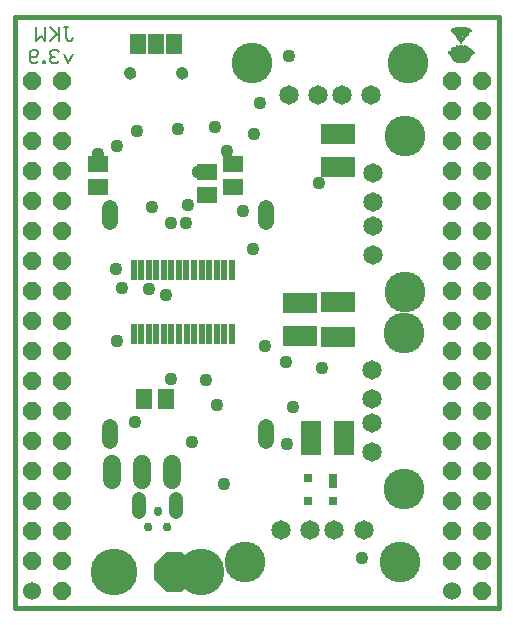
<source format=gbs>
G75*
%MOIN*%
%OFA0B0*%
%FSLAX24Y24*%
%IPPOS*%
%LPD*%
%AMOC8*
5,1,8,0,0,1.08239X$1,22.5*
%
%ADD10C,0.0160*%
%ADD11C,0.0060*%
%ADD12C,0.0600*%
%ADD13OC8,0.0600*%
%ADD14R,0.0312X0.0004*%
%ADD15R,0.0344X0.0004*%
%ADD16R,0.0368X0.0004*%
%ADD17R,0.0392X0.0004*%
%ADD18R,0.0408X0.0004*%
%ADD19R,0.0424X0.0004*%
%ADD20R,0.0432X0.0004*%
%ADD21R,0.0448X0.0004*%
%ADD22R,0.0456X0.0004*%
%ADD23R,0.0472X0.0004*%
%ADD24R,0.0480X0.0004*%
%ADD25R,0.0488X0.0004*%
%ADD26R,0.0496X0.0004*%
%ADD27R,0.0504X0.0004*%
%ADD28R,0.0512X0.0004*%
%ADD29R,0.0520X0.0004*%
%ADD30R,0.0528X0.0004*%
%ADD31R,0.0536X0.0004*%
%ADD32R,0.0536X0.0004*%
%ADD33R,0.0544X0.0004*%
%ADD34R,0.0552X0.0004*%
%ADD35R,0.0560X0.0004*%
%ADD36R,0.0560X0.0004*%
%ADD37R,0.0568X0.0004*%
%ADD38R,0.0576X0.0004*%
%ADD39R,0.0584X0.0004*%
%ADD40R,0.0592X0.0004*%
%ADD41R,0.0592X0.0004*%
%ADD42R,0.0600X0.0004*%
%ADD43R,0.0608X0.0004*%
%ADD44R,0.0608X0.0004*%
%ADD45R,0.0616X0.0004*%
%ADD46R,0.0624X0.0004*%
%ADD47R,0.0632X0.0004*%
%ADD48R,0.0632X0.0004*%
%ADD49R,0.0640X0.0004*%
%ADD50R,0.0648X0.0004*%
%ADD51R,0.0648X0.0004*%
%ADD52R,0.0656X0.0004*%
%ADD53R,0.0664X0.0004*%
%ADD54R,0.0664X0.0004*%
%ADD55R,0.0672X0.0004*%
%ADD56R,0.0680X0.0004*%
%ADD57R,0.0680X0.0004*%
%ADD58R,0.0688X0.0004*%
%ADD59R,0.0696X0.0004*%
%ADD60R,0.0700X0.0004*%
%ADD61R,0.0708X0.0004*%
%ADD62R,0.0716X0.0004*%
%ADD63R,0.0720X0.0004*%
%ADD64R,0.0720X0.0004*%
%ADD65R,0.0724X0.0004*%
%ADD66R,0.0808X0.0004*%
%ADD67R,0.0824X0.0004*%
%ADD68R,0.0832X0.0004*%
%ADD69R,0.0840X0.0004*%
%ADD70R,0.0848X0.0004*%
%ADD71R,0.0856X0.0004*%
%ADD72R,0.0860X0.0004*%
%ADD73R,0.0864X0.0004*%
%ADD74R,0.0864X0.0004*%
%ADD75R,0.0868X0.0004*%
%ADD76R,0.0872X0.0004*%
%ADD77R,0.0872X0.0004*%
%ADD78R,0.0860X0.0004*%
%ADD79R,0.0832X0.0004*%
%ADD80R,0.0824X0.0004*%
%ADD81R,0.0708X0.0004*%
%ADD82R,0.0712X0.0004*%
%ADD83R,0.0712X0.0004*%
%ADD84R,0.0700X0.0004*%
%ADD85R,0.0696X0.0004*%
%ADD86R,0.0692X0.0004*%
%ADD87R,0.0668X0.0004*%
%ADD88R,0.0660X0.0004*%
%ADD89R,0.0452X0.0004*%
%ADD90R,0.0188X0.0004*%
%ADD91R,0.0448X0.0004*%
%ADD92R,0.0440X0.0004*%
%ADD93R,0.0184X0.0004*%
%ADD94R,0.0432X0.0004*%
%ADD95R,0.0184X0.0004*%
%ADD96R,0.0424X0.0004*%
%ADD97R,0.0412X0.0004*%
%ADD98R,0.0128X0.0004*%
%ADD99R,0.0044X0.0004*%
%ADD100R,0.0400X0.0004*%
%ADD101R,0.0008X0.0004*%
%ADD102R,0.0388X0.0004*%
%ADD103R,0.0132X0.0004*%
%ADD104R,0.0360X0.0004*%
%ADD105R,0.0136X0.0004*%
%ADD106R,0.0340X0.0004*%
%ADD107R,0.0140X0.0004*%
%ADD108R,0.0328X0.0004*%
%ADD109R,0.0144X0.0004*%
%ADD110R,0.0324X0.0004*%
%ADD111R,0.0148X0.0004*%
%ADD112R,0.0320X0.0004*%
%ADD113R,0.0156X0.0004*%
%ADD114R,0.0316X0.0004*%
%ADD115R,0.0176X0.0004*%
%ADD116R,0.0080X0.0004*%
%ADD117R,0.0052X0.0004*%
%ADD118R,0.0380X0.0004*%
%ADD119R,0.0372X0.0004*%
%ADD120R,0.0356X0.0004*%
%ADD121R,0.0004X0.0004*%
%ADD122R,0.0308X0.0004*%
%ADD123R,0.0060X0.0004*%
%ADD124R,0.0240X0.0004*%
%ADD125R,0.0232X0.0004*%
%ADD126R,0.0044X0.0004*%
%ADD127R,0.0164X0.0004*%
%ADD128R,0.0056X0.0004*%
%ADD129R,0.0036X0.0004*%
%ADD130R,0.0156X0.0004*%
%ADD131R,0.0048X0.0004*%
%ADD132R,0.0024X0.0004*%
%ADD133R,0.0036X0.0004*%
%ADD134R,0.0016X0.0004*%
%ADD135R,0.0028X0.0004*%
%ADD136R,0.0012X0.0004*%
%ADD137R,0.0124X0.0004*%
%ADD138R,0.0108X0.0004*%
%ADD139R,0.0008X0.0004*%
%ADD140R,0.0092X0.0004*%
%ADD141R,0.0068X0.0004*%
%ADD142R,0.0008X0.0004*%
%ADD143R,0.0016X0.0004*%
%ADD144R,0.0024X0.0004*%
%ADD145R,0.0032X0.0004*%
%ADD146R,0.0032X0.0004*%
%ADD147R,0.0040X0.0004*%
%ADD148R,0.0056X0.0004*%
%ADD149R,0.0064X0.0004*%
%ADD150R,0.0072X0.0004*%
%ADD151R,0.0088X0.0004*%
%ADD152R,0.0096X0.0004*%
%ADD153R,0.0104X0.0004*%
%ADD154R,0.0112X0.0004*%
%ADD155R,0.0120X0.0004*%
%ADD156R,0.0124X0.0004*%
%ADD157R,0.0128X0.0004*%
%ADD158R,0.0144X0.0004*%
%ADD159R,0.0152X0.0004*%
%ADD160R,0.0152X0.0004*%
%ADD161R,0.0160X0.0004*%
%ADD162R,0.0168X0.0004*%
%ADD163R,0.0176X0.0004*%
%ADD164R,0.0184X0.0004*%
%ADD165R,0.0192X0.0004*%
%ADD166R,0.0200X0.0004*%
%ADD167R,0.0208X0.0004*%
%ADD168R,0.0216X0.0004*%
%ADD169R,0.0216X0.0004*%
%ADD170R,0.0224X0.0004*%
%ADD171R,0.0232X0.0004*%
%ADD172R,0.0240X0.0004*%
%ADD173R,0.0248X0.0004*%
%ADD174R,0.0256X0.0004*%
%ADD175R,0.0264X0.0004*%
%ADD176R,0.0272X0.0004*%
%ADD177R,0.0280X0.0004*%
%ADD178R,0.0288X0.0004*%
%ADD179R,0.0296X0.0004*%
%ADD180R,0.0304X0.0004*%
%ADD181R,0.0320X0.0004*%
%ADD182R,0.0328X0.0004*%
%ADD183R,0.0336X0.0004*%
%ADD184R,0.0336X0.0004*%
%ADD185R,0.0200X0.0004*%
%ADD186R,0.0128X0.0004*%
%ADD187R,0.0204X0.0004*%
%ADD188R,0.0216X0.0004*%
%ADD189R,0.0228X0.0004*%
%ADD190R,0.0416X0.0004*%
%ADD191R,0.0424X0.0004*%
%ADD192R,0.0428X0.0004*%
%ADD193R,0.0304X0.0004*%
%ADD194R,0.0180X0.0004*%
%ADD195R,0.0112X0.0004*%
%ADD196R,0.0176X0.0004*%
%ADD197R,0.0112X0.0004*%
%ADD198R,0.0132X0.0004*%
%ADD199R,0.0116X0.0004*%
%ADD200R,0.0332X0.0004*%
%ADD201R,0.0336X0.0004*%
%ADD202R,0.0480X0.0004*%
%ADD203R,0.0496X0.0004*%
%ADD204R,0.0512X0.0004*%
%ADD205R,0.0544X0.0004*%
%ADD206R,0.0208X0.0004*%
%ADD207R,0.0356X0.0004*%
%ADD208R,0.0208X0.0004*%
%ADD209R,0.0364X0.0004*%
%ADD210R,0.0212X0.0004*%
%ADD211R,0.0368X0.0004*%
%ADD212R,0.0220X0.0004*%
%ADD213R,0.0600X0.0004*%
%ADD214R,0.0356X0.0004*%
%ADD215R,0.0228X0.0004*%
%ADD216R,0.0236X0.0004*%
%ADD217R,0.0360X0.0004*%
%ADD218R,0.0368X0.0004*%
%ADD219R,0.0244X0.0004*%
%ADD220R,0.0252X0.0004*%
%ADD221R,0.0376X0.0004*%
%ADD222R,0.0672X0.0004*%
%ADD223R,0.0624X0.0004*%
%ADD224R,0.0596X0.0004*%
%ADD225R,0.0552X0.0004*%
%ADD226R,0.0456X0.0004*%
%ADD227R,0.0384X0.0004*%
%ADD228R,0.0352X0.0004*%
%ADD229R,0.0188X0.0004*%
%ADD230R,0.0108X0.0004*%
%ADD231R,0.0198X0.0651*%
%ADD232C,0.0651*%
%ADD233C,0.1360*%
%ADD234C,0.0000*%
%ADD235C,0.0414*%
%ADD236OC8,0.1310*%
%ADD237C,0.0532*%
%ADD238C,0.0600*%
%ADD239R,0.1123X0.0651*%
%ADD240R,0.0690X0.1123*%
%ADD241R,0.1123X0.0690*%
%ADD242R,0.0572X0.0651*%
%ADD243R,0.0651X0.0572*%
%ADD244R,0.0296X0.0454*%
%ADD245R,0.0296X0.0296*%
%ADD246R,0.0520X0.0690*%
%ADD247C,0.1560*%
%ADD248C,0.0476*%
%ADD249C,0.0296*%
%ADD250C,0.0436*%
D10*
X001046Y002668D02*
X017188Y002668D01*
X017188Y022353D01*
X001046Y022353D01*
X001046Y002668D01*
D11*
X001615Y020818D02*
X001542Y020892D01*
X001542Y021185D01*
X001615Y021259D01*
X001762Y021259D01*
X001835Y021185D01*
X001835Y021112D01*
X001762Y021039D01*
X001542Y021039D01*
X001615Y020818D02*
X001762Y020818D01*
X001835Y020892D01*
X001992Y020892D02*
X001992Y020818D01*
X002065Y020818D01*
X002065Y020892D01*
X001992Y020892D01*
X002232Y020892D02*
X002306Y020818D01*
X002452Y020818D01*
X002526Y020892D01*
X002379Y021039D02*
X002306Y021039D01*
X002232Y020965D01*
X002232Y020892D01*
X002306Y021039D02*
X002232Y021112D01*
X002232Y021185D01*
X002306Y021259D01*
X002452Y021259D01*
X002526Y021185D01*
X002693Y021112D02*
X002839Y020818D01*
X002986Y021112D01*
X002913Y021568D02*
X002839Y021568D01*
X002766Y021642D01*
X002766Y022009D01*
X002839Y022009D02*
X002693Y022009D01*
X002526Y022009D02*
X002526Y021568D01*
X002526Y021715D02*
X002232Y022009D01*
X002065Y022009D02*
X002065Y021568D01*
X001919Y021715D01*
X001772Y021568D01*
X001772Y022009D01*
X002232Y021568D02*
X002452Y021789D01*
X002913Y021568D02*
X002986Y021642D01*
D12*
X001617Y003223D03*
X015617Y003223D03*
D13*
X015617Y004223D03*
X015617Y005223D03*
X015617Y006223D03*
X015617Y007223D03*
X015617Y008223D03*
X015617Y009223D03*
X015617Y010223D03*
X015617Y011223D03*
X015617Y012223D03*
X015617Y013223D03*
X015617Y014223D03*
X015617Y015223D03*
X015617Y016223D03*
X015617Y017223D03*
X015617Y018223D03*
X015617Y019223D03*
X015617Y020223D03*
X016617Y020223D03*
X016617Y019223D03*
X016617Y018223D03*
X016617Y017223D03*
X016617Y016223D03*
X016617Y015223D03*
X016617Y014223D03*
X016617Y013223D03*
X016617Y012223D03*
X016617Y011223D03*
X016617Y010223D03*
X016617Y009223D03*
X016617Y008223D03*
X016617Y007223D03*
X016617Y006223D03*
X016617Y005223D03*
X016617Y004223D03*
X016617Y003223D03*
X002617Y003223D03*
X002617Y004223D03*
X002617Y005223D03*
X002617Y006223D03*
X002617Y007223D03*
X002617Y008223D03*
X002617Y009223D03*
X002617Y010223D03*
X002617Y011223D03*
X002617Y012223D03*
X002617Y013223D03*
X002617Y014223D03*
X002617Y015223D03*
X002617Y016223D03*
X002617Y017223D03*
X002617Y018223D03*
X002617Y019223D03*
X002617Y020223D03*
X001617Y020223D03*
X001617Y019223D03*
X001617Y018223D03*
X001617Y017223D03*
X001617Y016223D03*
X001617Y015223D03*
X001617Y014223D03*
X001617Y013223D03*
X001617Y012223D03*
X001617Y011223D03*
X001617Y010223D03*
X001617Y009223D03*
X001617Y008223D03*
X001617Y007223D03*
X001617Y006223D03*
X001617Y005223D03*
X001617Y004223D03*
D14*
X015941Y020840D03*
X015937Y021352D03*
X015941Y021652D03*
X015941Y021656D03*
D15*
X015941Y020844D03*
D16*
X015941Y020848D03*
D17*
X015941Y020852D03*
X015965Y021336D03*
D18*
X015941Y021716D03*
X015941Y021720D03*
X015941Y021976D03*
X015941Y020856D03*
D19*
X015941Y020860D03*
D20*
X015941Y020864D03*
X015941Y021736D03*
X015941Y021972D03*
D21*
X015941Y020868D03*
D22*
X015941Y020872D03*
D23*
X015941Y020876D03*
D24*
X015941Y020880D03*
X015941Y021964D03*
D25*
X015941Y021772D03*
X015941Y020884D03*
D26*
X015941Y020888D03*
D27*
X015941Y020892D03*
X015941Y021784D03*
D28*
X015941Y021956D03*
X015941Y020896D03*
D29*
X015941Y020900D03*
X015941Y021792D03*
X015941Y021796D03*
D30*
X015941Y021800D03*
X015941Y020904D03*
D31*
X015941Y020908D03*
D32*
X015941Y020912D03*
X015941Y021804D03*
X015941Y021952D03*
D33*
X015941Y021812D03*
X015941Y020916D03*
D34*
X015941Y020920D03*
X015941Y021816D03*
D35*
X015941Y021820D03*
X015941Y020924D03*
D36*
X015941Y020928D03*
D37*
X015941Y020932D03*
X015941Y021824D03*
X015941Y021944D03*
D38*
X015941Y020940D03*
X015941Y020936D03*
D39*
X015941Y020944D03*
X015941Y021940D03*
D40*
X015941Y020948D03*
D41*
X015941Y020952D03*
D42*
X015941Y020956D03*
X015941Y020960D03*
D43*
X015941Y020964D03*
X015941Y021932D03*
D44*
X015941Y020968D03*
D45*
X015941Y020972D03*
X015941Y020976D03*
D46*
X015941Y020980D03*
X015941Y020984D03*
D47*
X015941Y020988D03*
D48*
X015941Y020992D03*
X015941Y021924D03*
D49*
X015941Y021000D03*
X015941Y020996D03*
D50*
X015941Y021004D03*
X015941Y021012D03*
X015941Y021920D03*
D51*
X015941Y021008D03*
D52*
X015941Y021016D03*
X015941Y021020D03*
X015941Y021884D03*
X015941Y021916D03*
D53*
X015941Y021912D03*
X015941Y021892D03*
X015941Y021024D03*
D54*
X015941Y021028D03*
X015941Y021888D03*
D55*
X015941Y021896D03*
X015937Y021264D03*
X015941Y021040D03*
X015941Y021036D03*
X015941Y021032D03*
D56*
X015941Y021044D03*
X015941Y021260D03*
X015941Y021900D03*
X015941Y021904D03*
D57*
X015941Y021048D03*
D58*
X015941Y021052D03*
X015941Y021056D03*
X015941Y021256D03*
D59*
X015941Y021064D03*
X015941Y021060D03*
D60*
X015939Y021068D03*
D61*
X015939Y021072D03*
X015939Y021076D03*
D62*
X015939Y021080D03*
X015939Y021084D03*
D63*
X015941Y021088D03*
D64*
X015941Y021092D03*
D65*
X015943Y021096D03*
D66*
X015941Y021100D03*
X015941Y021192D03*
D67*
X015941Y021104D03*
D68*
X015941Y021108D03*
D69*
X015941Y021112D03*
X015941Y021180D03*
D70*
X015941Y021176D03*
X015941Y021116D03*
D71*
X015941Y021120D03*
X015941Y021172D03*
D72*
X015943Y021124D03*
D73*
X015941Y021128D03*
D74*
X015941Y021132D03*
X015941Y021160D03*
X015941Y021164D03*
D75*
X015943Y021156D03*
X015943Y021140D03*
X015943Y021136D03*
D76*
X015941Y021144D03*
X015941Y021152D03*
D77*
X015941Y021148D03*
D78*
X015943Y021168D03*
D79*
X015941Y021184D03*
D80*
X015941Y021188D03*
D81*
X015951Y021224D03*
X015947Y021236D03*
D82*
X015949Y021228D03*
D83*
X015949Y021232D03*
D84*
X015947Y021240D03*
X015947Y021244D03*
D85*
X015945Y021248D03*
D86*
X015943Y021252D03*
D87*
X015935Y021268D03*
D88*
X015935Y021272D03*
X015935Y021276D03*
D89*
X015835Y021280D03*
D90*
X016167Y021296D03*
X016171Y021284D03*
X016171Y021280D03*
D91*
X015833Y021284D03*
D92*
X015833Y021288D03*
D93*
X016169Y021288D03*
D94*
X015833Y021292D03*
D95*
X016169Y021292D03*
D96*
X015829Y021296D03*
D97*
X015827Y021300D03*
D98*
X016129Y021304D03*
X016133Y021300D03*
X016049Y021676D03*
X016053Y021680D03*
D99*
X016239Y021300D03*
D100*
X015825Y021304D03*
X015941Y021712D03*
D101*
X015941Y021452D03*
X016257Y021304D03*
D102*
X015823Y021308D03*
D103*
X016123Y021308D03*
X015779Y021748D03*
D104*
X015829Y021836D03*
X015813Y021312D03*
D105*
X015941Y021380D03*
X015941Y021536D03*
X016061Y021696D03*
X016121Y021312D03*
D106*
X015807Y021316D03*
D107*
X016115Y021316D03*
X016063Y021700D03*
D108*
X015873Y021756D03*
X015809Y021320D03*
D109*
X016109Y021320D03*
D110*
X015811Y021324D03*
D111*
X015939Y021376D03*
X016103Y021324D03*
D112*
X015817Y021328D03*
X015941Y021988D03*
D113*
X016059Y021708D03*
X016095Y021328D03*
D114*
X015823Y021332D03*
D115*
X016077Y021332D03*
D116*
X015941Y021496D03*
X015941Y021500D03*
X015713Y021336D03*
D117*
X015715Y021340D03*
X015815Y021364D03*
D118*
X015963Y021340D03*
D119*
X015959Y021344D03*
D120*
X015955Y021348D03*
X015835Y021828D03*
D121*
X016107Y021352D03*
D122*
X015935Y021356D03*
D123*
X015815Y021360D03*
D124*
X015969Y021360D03*
X015941Y021604D03*
X015741Y021872D03*
X015941Y021996D03*
D125*
X015753Y021852D03*
X015749Y021856D03*
X015969Y021364D03*
D126*
X015811Y021368D03*
D127*
X015939Y021368D03*
D128*
X016053Y021368D03*
D129*
X015811Y021372D03*
D130*
X015939Y021372D03*
D131*
X015941Y021476D03*
X016057Y021372D03*
D132*
X015809Y021376D03*
D133*
X015939Y021400D03*
X016059Y021376D03*
D134*
X016065Y021384D03*
X015809Y021380D03*
D135*
X016063Y021380D03*
D136*
X015807Y021384D03*
D137*
X015939Y021384D03*
X015783Y021740D03*
X016115Y021764D03*
D138*
X015939Y021388D03*
D139*
X016069Y021388D03*
D140*
X015939Y021392D03*
D141*
X015939Y021396D03*
D142*
X015941Y021448D03*
D143*
X015941Y021456D03*
D144*
X015941Y021460D03*
D145*
X015941Y021464D03*
D146*
X015941Y021468D03*
D147*
X015941Y021472D03*
D148*
X015941Y021480D03*
X015941Y021484D03*
D149*
X015941Y021488D03*
D150*
X015941Y021492D03*
D151*
X015941Y021504D03*
D152*
X015941Y021508D03*
D153*
X015941Y021512D03*
X015941Y021516D03*
D154*
X015941Y021520D03*
D155*
X015941Y021524D03*
X016117Y021760D03*
D156*
X015939Y021528D03*
D157*
X015941Y021532D03*
X016057Y021684D03*
X016061Y021692D03*
X015781Y021744D03*
D158*
X015941Y021540D03*
X016061Y021704D03*
D159*
X015941Y021544D03*
D160*
X015941Y021548D03*
D161*
X015941Y021552D03*
D162*
X015941Y021556D03*
X015941Y021560D03*
D163*
X015941Y021564D03*
D164*
X015941Y021568D03*
D165*
X015941Y021572D03*
X015941Y021576D03*
D166*
X015941Y021580D03*
X015869Y021676D03*
X015865Y021680D03*
X015861Y021684D03*
D167*
X015857Y021696D03*
X015941Y021584D03*
D168*
X015941Y021588D03*
D169*
X015941Y021592D03*
D170*
X015941Y021596D03*
D171*
X015941Y021600D03*
X015745Y021864D03*
D172*
X015941Y021608D03*
D173*
X015941Y021612D03*
D174*
X015941Y021616D03*
D175*
X015941Y021620D03*
X015941Y021624D03*
D176*
X015941Y021628D03*
D177*
X015941Y021632D03*
X015941Y021992D03*
D178*
X015941Y021640D03*
X015941Y021636D03*
D179*
X015941Y021644D03*
D180*
X015941Y021648D03*
D181*
X015941Y021660D03*
D182*
X015941Y021664D03*
D183*
X015941Y021668D03*
D184*
X015941Y021672D03*
D185*
X015861Y021688D03*
D186*
X016057Y021688D03*
D187*
X016127Y021832D03*
X015859Y021692D03*
D188*
X015857Y021700D03*
X015857Y021704D03*
D189*
X015859Y021708D03*
D190*
X015941Y021724D03*
D191*
X015941Y021728D03*
D192*
X015943Y021732D03*
D193*
X016009Y021740D03*
D194*
X015951Y021744D03*
X015947Y021752D03*
D195*
X016109Y021744D03*
X016113Y021752D03*
D196*
X015949Y021748D03*
D197*
X016113Y021748D03*
D198*
X015779Y021752D03*
D199*
X016115Y021756D03*
D200*
X015871Y021760D03*
D201*
X015873Y021764D03*
D202*
X015941Y021768D03*
D203*
X015941Y021776D03*
X015941Y021780D03*
X015941Y021960D03*
D204*
X015941Y021788D03*
D205*
X015941Y021808D03*
D206*
X016121Y021828D03*
D207*
X016071Y021856D03*
X016071Y021860D03*
X015831Y021832D03*
D208*
X016129Y021836D03*
D209*
X015827Y021840D03*
D210*
X016131Y021840D03*
D211*
X015829Y021844D03*
D212*
X016127Y021844D03*
D213*
X015941Y021848D03*
D214*
X016067Y021852D03*
X016075Y021864D03*
D215*
X015747Y021860D03*
D216*
X015743Y021868D03*
D217*
X016077Y021868D03*
D218*
X016077Y021872D03*
X016077Y021876D03*
D219*
X015743Y021876D03*
D220*
X015743Y021880D03*
D221*
X016077Y021880D03*
D222*
X015941Y021908D03*
D223*
X015941Y021928D03*
D224*
X015943Y021936D03*
D225*
X015941Y021948D03*
D226*
X015941Y021968D03*
D227*
X015941Y021980D03*
D228*
X015941Y021984D03*
D229*
X015939Y022000D03*
D230*
X015943Y022004D03*
D231*
X008290Y013929D03*
X008038Y013929D03*
X007786Y013929D03*
X007534Y013929D03*
X007282Y013929D03*
X007030Y013929D03*
X006770Y013929D03*
X006526Y013929D03*
X006274Y013929D03*
X006022Y013929D03*
X005770Y013929D03*
X005518Y013929D03*
X005266Y013929D03*
X005014Y013929D03*
X005014Y011803D03*
X005266Y011803D03*
X005518Y011803D03*
X005770Y011803D03*
X006022Y011803D03*
X006274Y011803D03*
X006526Y011803D03*
X006778Y011803D03*
X007030Y011803D03*
X007282Y011803D03*
X007534Y011803D03*
X007786Y011803D03*
X008038Y011803D03*
X008290Y011803D03*
D232*
X012967Y010605D03*
X012967Y009621D03*
X012967Y008834D03*
X012967Y007849D03*
X012676Y005254D03*
X011692Y005254D03*
X010905Y005254D03*
X009920Y005254D03*
X012992Y014412D03*
X012992Y015396D03*
X012992Y016184D03*
X012992Y017168D03*
X012938Y019747D03*
X011954Y019747D03*
X011166Y019747D03*
X010182Y019747D03*
D233*
X008974Y020814D03*
X014059Y018377D03*
X014147Y020814D03*
X014059Y013204D03*
X014034Y011814D03*
X014034Y006641D03*
X013885Y004187D03*
X008712Y004187D03*
D234*
X006002Y005366D02*
X006004Y005387D01*
X006010Y005407D01*
X006019Y005427D01*
X006031Y005444D01*
X006046Y005458D01*
X006064Y005470D01*
X006084Y005478D01*
X006104Y005483D01*
X006125Y005484D01*
X006146Y005481D01*
X006166Y005475D01*
X006185Y005464D01*
X006202Y005451D01*
X006215Y005435D01*
X006226Y005417D01*
X006234Y005397D01*
X006238Y005377D01*
X006238Y005355D01*
X006234Y005335D01*
X006226Y005315D01*
X006215Y005297D01*
X006202Y005281D01*
X006185Y005268D01*
X006166Y005257D01*
X006146Y005251D01*
X006125Y005248D01*
X006104Y005249D01*
X006084Y005254D01*
X006064Y005262D01*
X006046Y005274D01*
X006031Y005288D01*
X006019Y005305D01*
X006010Y005325D01*
X006004Y005345D01*
X006002Y005366D01*
X005692Y005876D02*
X005694Y005897D01*
X005700Y005917D01*
X005709Y005937D01*
X005721Y005954D01*
X005736Y005968D01*
X005754Y005980D01*
X005774Y005988D01*
X005794Y005993D01*
X005815Y005994D01*
X005836Y005991D01*
X005856Y005985D01*
X005875Y005974D01*
X005892Y005961D01*
X005905Y005945D01*
X005916Y005927D01*
X005924Y005907D01*
X005928Y005887D01*
X005928Y005865D01*
X005924Y005845D01*
X005916Y005825D01*
X005905Y005807D01*
X005892Y005791D01*
X005875Y005778D01*
X005856Y005767D01*
X005836Y005761D01*
X005815Y005758D01*
X005794Y005759D01*
X005774Y005764D01*
X005754Y005772D01*
X005736Y005784D01*
X005721Y005798D01*
X005709Y005815D01*
X005700Y005835D01*
X005694Y005855D01*
X005692Y005876D01*
X005372Y005366D02*
X005374Y005387D01*
X005380Y005407D01*
X005389Y005427D01*
X005401Y005444D01*
X005416Y005458D01*
X005434Y005470D01*
X005454Y005478D01*
X005474Y005483D01*
X005495Y005484D01*
X005516Y005481D01*
X005536Y005475D01*
X005555Y005464D01*
X005572Y005451D01*
X005585Y005435D01*
X005596Y005417D01*
X005604Y005397D01*
X005608Y005377D01*
X005608Y005355D01*
X005604Y005335D01*
X005596Y005315D01*
X005585Y005297D01*
X005572Y005281D01*
X005555Y005268D01*
X005536Y005257D01*
X005516Y005251D01*
X005495Y005248D01*
X005474Y005249D01*
X005454Y005254D01*
X005434Y005262D01*
X005416Y005274D01*
X005401Y005288D01*
X005389Y005305D01*
X005380Y005325D01*
X005374Y005345D01*
X005372Y005366D01*
X004708Y020483D02*
X004710Y020509D01*
X004716Y020535D01*
X004726Y020560D01*
X004739Y020583D01*
X004755Y020603D01*
X004775Y020621D01*
X004797Y020636D01*
X004820Y020648D01*
X004846Y020656D01*
X004872Y020660D01*
X004898Y020660D01*
X004924Y020656D01*
X004950Y020648D01*
X004974Y020636D01*
X004995Y020621D01*
X005015Y020603D01*
X005031Y020583D01*
X005044Y020560D01*
X005054Y020535D01*
X005060Y020509D01*
X005062Y020483D01*
X005060Y020457D01*
X005054Y020431D01*
X005044Y020406D01*
X005031Y020383D01*
X005015Y020363D01*
X004995Y020345D01*
X004973Y020330D01*
X004950Y020318D01*
X004924Y020310D01*
X004898Y020306D01*
X004872Y020306D01*
X004846Y020310D01*
X004820Y020318D01*
X004796Y020330D01*
X004775Y020345D01*
X004755Y020363D01*
X004739Y020383D01*
X004726Y020406D01*
X004716Y020431D01*
X004710Y020457D01*
X004708Y020483D01*
X006440Y020483D02*
X006442Y020509D01*
X006448Y020535D01*
X006458Y020560D01*
X006471Y020583D01*
X006487Y020603D01*
X006507Y020621D01*
X006529Y020636D01*
X006552Y020648D01*
X006578Y020656D01*
X006604Y020660D01*
X006630Y020660D01*
X006656Y020656D01*
X006682Y020648D01*
X006706Y020636D01*
X006727Y020621D01*
X006747Y020603D01*
X006763Y020583D01*
X006776Y020560D01*
X006786Y020535D01*
X006792Y020509D01*
X006794Y020483D01*
X006792Y020457D01*
X006786Y020431D01*
X006776Y020406D01*
X006763Y020383D01*
X006747Y020363D01*
X006727Y020345D01*
X006705Y020330D01*
X006682Y020318D01*
X006656Y020310D01*
X006630Y020306D01*
X006604Y020306D01*
X006578Y020310D01*
X006552Y020318D01*
X006528Y020330D01*
X006507Y020345D01*
X006487Y020363D01*
X006471Y020383D01*
X006458Y020406D01*
X006448Y020431D01*
X006442Y020457D01*
X006440Y020483D01*
D235*
X006617Y020483D03*
X004885Y020483D03*
D236*
X004392Y003849D03*
X006361Y003849D03*
D237*
X004226Y008211D02*
X004226Y008684D01*
X009426Y008684D02*
X009426Y008211D01*
X009426Y015511D02*
X009426Y015984D01*
X004226Y015984D02*
X004226Y015511D01*
D238*
X004298Y007466D02*
X004298Y006926D01*
X005298Y006926D02*
X005298Y007466D01*
X006298Y007466D02*
X006298Y006926D01*
D239*
X011833Y011684D03*
X011833Y012845D03*
D240*
X012030Y008337D03*
X010928Y008337D03*
D241*
X010573Y011723D03*
X010573Y012826D03*
X011833Y017353D03*
X011833Y018456D03*
D242*
X006105Y009637D03*
X005357Y009637D03*
D243*
X007463Y016428D03*
X007463Y017176D03*
X008329Y017452D03*
X008329Y016704D03*
X003841Y016704D03*
X003841Y017452D03*
D244*
X011656Y006900D03*
D245*
X011656Y006231D03*
X010829Y006231D03*
X010829Y006979D03*
D246*
X006370Y021448D03*
X005770Y021448D03*
X005170Y021448D03*
D247*
X004373Y003845D03*
X007247Y003845D03*
D248*
X006440Y005873D02*
X006440Y006288D01*
X005180Y006288D02*
X005180Y005873D01*
D249*
X005490Y005366D03*
X005810Y005876D03*
X006120Y005366D03*
D250*
X008014Y006802D03*
X006951Y008180D03*
X007778Y009440D03*
X007424Y010267D03*
X006243Y010306D03*
X005062Y008849D03*
X004471Y011566D03*
X004628Y013337D03*
X004432Y013967D03*
X005534Y013298D03*
X006085Y013101D03*
X006243Y015503D03*
X006754Y015503D03*
X006833Y016093D03*
X007148Y017196D03*
X008132Y017904D03*
X007739Y018692D03*
X006479Y018613D03*
X005140Y018574D03*
X004471Y018062D03*
X003841Y017786D03*
X005613Y016015D03*
X008644Y015896D03*
X008999Y014637D03*
X011203Y016841D03*
X009235Y019479D03*
X009038Y018456D03*
X010180Y021054D03*
X009392Y011408D03*
X010085Y010857D03*
X011282Y010660D03*
X010337Y009361D03*
X010140Y008141D03*
X012621Y004322D03*
M02*

</source>
